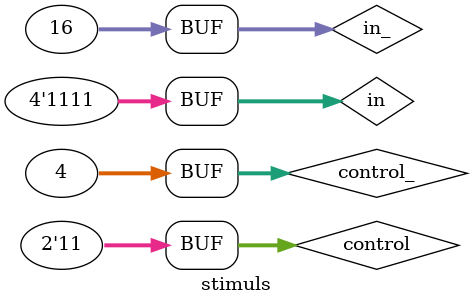
<source format=v>
module stimuls;
    integer control_;
    integer in_; 
    wire out;
    reg [1:0] control;
    reg [3:0] in;
    Mux4_1 mux4_1(.out(out), .control(control), .in(in));

    initial begin
        $dumpfile("waveform.vcd");
        $dumpvars(0, stimuls);
        control = 0;
        in = 0;
        for(control_ = 0; control_ < 4; control_ = control_ + 1) begin
            for(in_ = 0; in_ < 16; in_ = in_ + 1) begin
                #20 control = control_; in = in_;
            end
        end
    end

    initial begin
        $monitor("[%4d] in=%4b, control=%2b, out=%b", $time, in, control, out);
    end
endmodule
</source>
